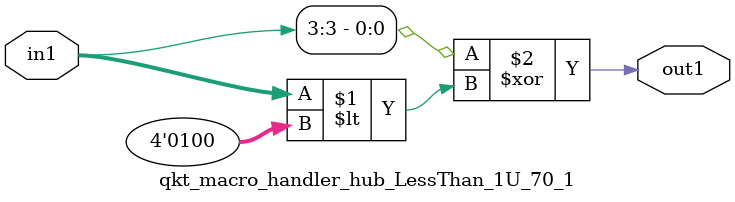
<source format=v>

`timescale 1ps / 1ps


module qkt_macro_handler_hub_LessThan_1U_70_1( in1, out1 );

    input [3:0] in1;
    output out1;

    
    // rtl_process:qkt_macro_handler_hub_LessThan_1U_70_1/qkt_macro_handler_hub_LessThan_1U_70_1_thread_1
    assign out1 = (in1[3] ^ in1 < 4'd04);

endmodule



</source>
